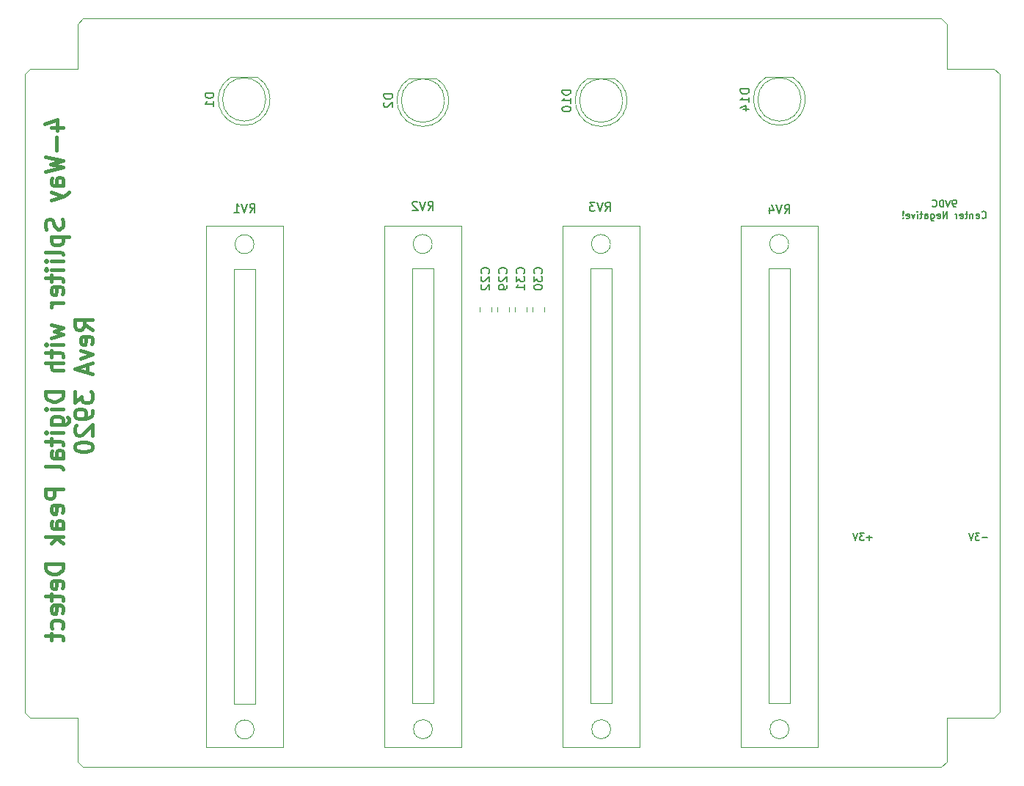
<source format=gbr>
%TF.GenerationSoftware,KiCad,Pcbnew,(5.1.6-0-10_14)*%
%TF.CreationDate,2020-09-25T10:57:10+01:00*%
%TF.ProjectId,DigitalSplitterPedal,44696769-7461-46c5-9370-6c6974746572,rev?*%
%TF.SameCoordinates,Original*%
%TF.FileFunction,Legend,Bot*%
%TF.FilePolarity,Positive*%
%FSLAX46Y46*%
G04 Gerber Fmt 4.6, Leading zero omitted, Abs format (unit mm)*
G04 Created by KiCad (PCBNEW (5.1.6-0-10_14)) date 2020-09-25 10:57:10*
%MOMM*%
%LPD*%
G01*
G04 APERTURE LIST*
%ADD10C,0.150000*%
%TA.AperFunction,Profile*%
%ADD11C,0.050000*%
%TD*%
%ADD12C,0.400000*%
%ADD13C,0.120000*%
G04 APERTURE END LIST*
D10*
X191020571Y-104578142D02*
X190411047Y-104578142D01*
X190106285Y-104082904D02*
X189611047Y-104082904D01*
X189877714Y-104387666D01*
X189763428Y-104387666D01*
X189687238Y-104425761D01*
X189649142Y-104463857D01*
X189611047Y-104540047D01*
X189611047Y-104730523D01*
X189649142Y-104806714D01*
X189687238Y-104844809D01*
X189763428Y-104882904D01*
X189992000Y-104882904D01*
X190068190Y-104844809D01*
X190106285Y-104806714D01*
X189382476Y-104082904D02*
X189115809Y-104882904D01*
X188849142Y-104082904D01*
X177685571Y-104578142D02*
X177076047Y-104578142D01*
X177380809Y-104882904D02*
X177380809Y-104273380D01*
X176771285Y-104082904D02*
X176276047Y-104082904D01*
X176542714Y-104387666D01*
X176428428Y-104387666D01*
X176352238Y-104425761D01*
X176314142Y-104463857D01*
X176276047Y-104540047D01*
X176276047Y-104730523D01*
X176314142Y-104806714D01*
X176352238Y-104844809D01*
X176428428Y-104882904D01*
X176657000Y-104882904D01*
X176733190Y-104844809D01*
X176771285Y-104806714D01*
X176047476Y-104082904D02*
X175780809Y-104882904D01*
X175514142Y-104082904D01*
X187350238Y-66361904D02*
X187197857Y-66361904D01*
X187121666Y-66323809D01*
X187083571Y-66285714D01*
X187007380Y-66171428D01*
X186969285Y-66019047D01*
X186969285Y-65714285D01*
X187007380Y-65638095D01*
X187045476Y-65600000D01*
X187121666Y-65561904D01*
X187274047Y-65561904D01*
X187350238Y-65600000D01*
X187388333Y-65638095D01*
X187426428Y-65714285D01*
X187426428Y-65904761D01*
X187388333Y-65980952D01*
X187350238Y-66019047D01*
X187274047Y-66057142D01*
X187121666Y-66057142D01*
X187045476Y-66019047D01*
X187007380Y-65980952D01*
X186969285Y-65904761D01*
X186740714Y-65561904D02*
X186474047Y-66361904D01*
X186207380Y-65561904D01*
X185940714Y-66361904D02*
X185940714Y-65561904D01*
X185750238Y-65561904D01*
X185635952Y-65600000D01*
X185559761Y-65676190D01*
X185521666Y-65752380D01*
X185483571Y-65904761D01*
X185483571Y-66019047D01*
X185521666Y-66171428D01*
X185559761Y-66247619D01*
X185635952Y-66323809D01*
X185750238Y-66361904D01*
X185940714Y-66361904D01*
X184683571Y-66285714D02*
X184721666Y-66323809D01*
X184835952Y-66361904D01*
X184912142Y-66361904D01*
X185026428Y-66323809D01*
X185102619Y-66247619D01*
X185140714Y-66171428D01*
X185178809Y-66019047D01*
X185178809Y-65904761D01*
X185140714Y-65752380D01*
X185102619Y-65676190D01*
X185026428Y-65600000D01*
X184912142Y-65561904D01*
X184835952Y-65561904D01*
X184721666Y-65600000D01*
X184683571Y-65638095D01*
X190378809Y-67635714D02*
X190416904Y-67673809D01*
X190531190Y-67711904D01*
X190607380Y-67711904D01*
X190721666Y-67673809D01*
X190797857Y-67597619D01*
X190835952Y-67521428D01*
X190874047Y-67369047D01*
X190874047Y-67254761D01*
X190835952Y-67102380D01*
X190797857Y-67026190D01*
X190721666Y-66950000D01*
X190607380Y-66911904D01*
X190531190Y-66911904D01*
X190416904Y-66950000D01*
X190378809Y-66988095D01*
X189731190Y-67673809D02*
X189807380Y-67711904D01*
X189959761Y-67711904D01*
X190035952Y-67673809D01*
X190074047Y-67597619D01*
X190074047Y-67292857D01*
X190035952Y-67216666D01*
X189959761Y-67178571D01*
X189807380Y-67178571D01*
X189731190Y-67216666D01*
X189693095Y-67292857D01*
X189693095Y-67369047D01*
X190074047Y-67445238D01*
X189350238Y-67178571D02*
X189350238Y-67711904D01*
X189350238Y-67254761D02*
X189312142Y-67216666D01*
X189235952Y-67178571D01*
X189121666Y-67178571D01*
X189045476Y-67216666D01*
X189007380Y-67292857D01*
X189007380Y-67711904D01*
X188740714Y-67178571D02*
X188435952Y-67178571D01*
X188626428Y-66911904D02*
X188626428Y-67597619D01*
X188588333Y-67673809D01*
X188512142Y-67711904D01*
X188435952Y-67711904D01*
X187864523Y-67673809D02*
X187940714Y-67711904D01*
X188093095Y-67711904D01*
X188169285Y-67673809D01*
X188207380Y-67597619D01*
X188207380Y-67292857D01*
X188169285Y-67216666D01*
X188093095Y-67178571D01*
X187940714Y-67178571D01*
X187864523Y-67216666D01*
X187826428Y-67292857D01*
X187826428Y-67369047D01*
X188207380Y-67445238D01*
X187483571Y-67711904D02*
X187483571Y-67178571D01*
X187483571Y-67330952D02*
X187445476Y-67254761D01*
X187407380Y-67216666D01*
X187331190Y-67178571D01*
X187255000Y-67178571D01*
X186378809Y-67711904D02*
X186378809Y-66911904D01*
X185921666Y-67711904D01*
X185921666Y-66911904D01*
X185235952Y-67673809D02*
X185312142Y-67711904D01*
X185464523Y-67711904D01*
X185540714Y-67673809D01*
X185578809Y-67597619D01*
X185578809Y-67292857D01*
X185540714Y-67216666D01*
X185464523Y-67178571D01*
X185312142Y-67178571D01*
X185235952Y-67216666D01*
X185197857Y-67292857D01*
X185197857Y-67369047D01*
X185578809Y-67445238D01*
X184512142Y-67178571D02*
X184512142Y-67826190D01*
X184550238Y-67902380D01*
X184588333Y-67940476D01*
X184664523Y-67978571D01*
X184778809Y-67978571D01*
X184855000Y-67940476D01*
X184512142Y-67673809D02*
X184588333Y-67711904D01*
X184740714Y-67711904D01*
X184816904Y-67673809D01*
X184855000Y-67635714D01*
X184893095Y-67559523D01*
X184893095Y-67330952D01*
X184855000Y-67254761D01*
X184816904Y-67216666D01*
X184740714Y-67178571D01*
X184588333Y-67178571D01*
X184512142Y-67216666D01*
X183788333Y-67711904D02*
X183788333Y-67292857D01*
X183826428Y-67216666D01*
X183902619Y-67178571D01*
X184055000Y-67178571D01*
X184131190Y-67216666D01*
X183788333Y-67673809D02*
X183864523Y-67711904D01*
X184055000Y-67711904D01*
X184131190Y-67673809D01*
X184169285Y-67597619D01*
X184169285Y-67521428D01*
X184131190Y-67445238D01*
X184055000Y-67407142D01*
X183864523Y-67407142D01*
X183788333Y-67369047D01*
X183521666Y-67178571D02*
X183216904Y-67178571D01*
X183407380Y-66911904D02*
X183407380Y-67597619D01*
X183369285Y-67673809D01*
X183293095Y-67711904D01*
X183216904Y-67711904D01*
X182950238Y-67711904D02*
X182950238Y-67178571D01*
X182950238Y-66911904D02*
X182988333Y-66950000D01*
X182950238Y-66988095D01*
X182912142Y-66950000D01*
X182950238Y-66911904D01*
X182950238Y-66988095D01*
X182645476Y-67178571D02*
X182455000Y-67711904D01*
X182264523Y-67178571D01*
X181655000Y-67673809D02*
X181731190Y-67711904D01*
X181883571Y-67711904D01*
X181959761Y-67673809D01*
X181997857Y-67597619D01*
X181997857Y-67292857D01*
X181959761Y-67216666D01*
X181883571Y-67178571D01*
X181731190Y-67178571D01*
X181655000Y-67216666D01*
X181616904Y-67292857D01*
X181616904Y-67369047D01*
X181997857Y-67445238D01*
X181274047Y-67635714D02*
X181235952Y-67673809D01*
X181274047Y-67711904D01*
X181312142Y-67673809D01*
X181274047Y-67635714D01*
X181274047Y-67711904D01*
X181274047Y-67407142D02*
X181312142Y-66950000D01*
X181274047Y-66911904D01*
X181235952Y-66950000D01*
X181274047Y-67407142D01*
X181274047Y-66911904D01*
D11*
X186309000Y-130429000D02*
X185674000Y-131064000D01*
X186309000Y-125349000D02*
X186309000Y-130429000D01*
X191770000Y-125349000D02*
X186309000Y-125349000D01*
X192405000Y-124714000D02*
X191770000Y-125349000D01*
X192405000Y-51054000D02*
X192405000Y-124714000D01*
X191770000Y-50419000D02*
X192405000Y-51054000D01*
X186309000Y-50419000D02*
X191770000Y-50419000D01*
X186309000Y-45275500D02*
X186309000Y-50419000D01*
X185674000Y-44640500D02*
X186309000Y-45275500D01*
X86614000Y-44640500D02*
X185674000Y-44640500D01*
X85979000Y-45275500D02*
X86614000Y-44640500D01*
X85979000Y-50419000D02*
X85979000Y-45275500D01*
X80518000Y-50419000D02*
X85979000Y-50419000D01*
X79883000Y-51054000D02*
X80518000Y-50419000D01*
X79883000Y-124777500D02*
X79883000Y-51054000D01*
X80518000Y-125412500D02*
X79883000Y-124777500D01*
X85979000Y-125412500D02*
X80518000Y-125412500D01*
X85979000Y-130429000D02*
X85979000Y-125412500D01*
X86614000Y-131064000D02*
X85979000Y-130429000D01*
X185674000Y-131064000D02*
X86614000Y-131064000D01*
D12*
X82961428Y-57233095D02*
X84294761Y-57233095D01*
X82199523Y-56756904D02*
X83628095Y-56280714D01*
X83628095Y-57518809D01*
X83532857Y-58280714D02*
X83532857Y-59804523D01*
X82294761Y-60566428D02*
X84294761Y-61042619D01*
X82866190Y-61423571D01*
X84294761Y-61804523D01*
X82294761Y-62280714D01*
X84294761Y-63899761D02*
X83247142Y-63899761D01*
X83056666Y-63804523D01*
X82961428Y-63614047D01*
X82961428Y-63233095D01*
X83056666Y-63042619D01*
X84199523Y-63899761D02*
X84294761Y-63709285D01*
X84294761Y-63233095D01*
X84199523Y-63042619D01*
X84009047Y-62947380D01*
X83818571Y-62947380D01*
X83628095Y-63042619D01*
X83532857Y-63233095D01*
X83532857Y-63709285D01*
X83437619Y-63899761D01*
X82961428Y-64661666D02*
X84294761Y-65137857D01*
X82961428Y-65614047D02*
X84294761Y-65137857D01*
X84770952Y-64947380D01*
X84866190Y-64852142D01*
X84961428Y-64661666D01*
X84199523Y-67804523D02*
X84294761Y-68090238D01*
X84294761Y-68566428D01*
X84199523Y-68756904D01*
X84104285Y-68852142D01*
X83913809Y-68947380D01*
X83723333Y-68947380D01*
X83532857Y-68852142D01*
X83437619Y-68756904D01*
X83342380Y-68566428D01*
X83247142Y-68185476D01*
X83151904Y-67994999D01*
X83056666Y-67899761D01*
X82866190Y-67804523D01*
X82675714Y-67804523D01*
X82485238Y-67899761D01*
X82390000Y-67994999D01*
X82294761Y-68185476D01*
X82294761Y-68661666D01*
X82390000Y-68947380D01*
X82961428Y-69804523D02*
X84961428Y-69804523D01*
X83056666Y-69804523D02*
X82961428Y-69994999D01*
X82961428Y-70375952D01*
X83056666Y-70566428D01*
X83151904Y-70661666D01*
X83342380Y-70756904D01*
X83913809Y-70756904D01*
X84104285Y-70661666D01*
X84199523Y-70566428D01*
X84294761Y-70375952D01*
X84294761Y-69994999D01*
X84199523Y-69804523D01*
X84294761Y-71899761D02*
X84199523Y-71709285D01*
X84009047Y-71614047D01*
X82294761Y-71614047D01*
X84294761Y-72661666D02*
X82961428Y-72661666D01*
X82294761Y-72661666D02*
X82390000Y-72566428D01*
X82485238Y-72661666D01*
X82390000Y-72756904D01*
X82294761Y-72661666D01*
X82485238Y-72661666D01*
X84294761Y-73614047D02*
X82961428Y-73614047D01*
X82294761Y-73614047D02*
X82390000Y-73518809D01*
X82485238Y-73614047D01*
X82390000Y-73709285D01*
X82294761Y-73614047D01*
X82485238Y-73614047D01*
X82961428Y-74280714D02*
X82961428Y-75042619D01*
X82294761Y-74566428D02*
X84009047Y-74566428D01*
X84199523Y-74661666D01*
X84294761Y-74852142D01*
X84294761Y-75042619D01*
X84199523Y-76471190D02*
X84294761Y-76280714D01*
X84294761Y-75899761D01*
X84199523Y-75709285D01*
X84009047Y-75614047D01*
X83247142Y-75614047D01*
X83056666Y-75709285D01*
X82961428Y-75899761D01*
X82961428Y-76280714D01*
X83056666Y-76471190D01*
X83247142Y-76566428D01*
X83437619Y-76566428D01*
X83628095Y-75614047D01*
X84294761Y-77423571D02*
X82961428Y-77423571D01*
X83342380Y-77423571D02*
X83151904Y-77518809D01*
X83056666Y-77614047D01*
X82961428Y-77804523D01*
X82961428Y-77994999D01*
X82961428Y-79994999D02*
X84294761Y-80375952D01*
X83342380Y-80756904D01*
X84294761Y-81137857D01*
X82961428Y-81518809D01*
X84294761Y-82280714D02*
X82961428Y-82280714D01*
X82294761Y-82280714D02*
X82390000Y-82185476D01*
X82485238Y-82280714D01*
X82390000Y-82375952D01*
X82294761Y-82280714D01*
X82485238Y-82280714D01*
X82961428Y-82947380D02*
X82961428Y-83709285D01*
X82294761Y-83233095D02*
X84009047Y-83233095D01*
X84199523Y-83328333D01*
X84294761Y-83518809D01*
X84294761Y-83709285D01*
X84294761Y-84375952D02*
X82294761Y-84375952D01*
X84294761Y-85233095D02*
X83247142Y-85233095D01*
X83056666Y-85137857D01*
X82961428Y-84947380D01*
X82961428Y-84661666D01*
X83056666Y-84471190D01*
X83151904Y-84375952D01*
X84294761Y-87709285D02*
X82294761Y-87709285D01*
X82294761Y-88185476D01*
X82390000Y-88471190D01*
X82580476Y-88661666D01*
X82770952Y-88756904D01*
X83151904Y-88852142D01*
X83437619Y-88852142D01*
X83818571Y-88756904D01*
X84009047Y-88661666D01*
X84199523Y-88471190D01*
X84294761Y-88185476D01*
X84294761Y-87709285D01*
X84294761Y-89709285D02*
X82961428Y-89709285D01*
X82294761Y-89709285D02*
X82390000Y-89614047D01*
X82485238Y-89709285D01*
X82390000Y-89804523D01*
X82294761Y-89709285D01*
X82485238Y-89709285D01*
X82961428Y-91518809D02*
X84580476Y-91518809D01*
X84770952Y-91423571D01*
X84866190Y-91328333D01*
X84961428Y-91137857D01*
X84961428Y-90852142D01*
X84866190Y-90661666D01*
X84199523Y-91518809D02*
X84294761Y-91328333D01*
X84294761Y-90947380D01*
X84199523Y-90756904D01*
X84104285Y-90661666D01*
X83913809Y-90566428D01*
X83342380Y-90566428D01*
X83151904Y-90661666D01*
X83056666Y-90756904D01*
X82961428Y-90947380D01*
X82961428Y-91328333D01*
X83056666Y-91518809D01*
X84294761Y-92471190D02*
X82961428Y-92471190D01*
X82294761Y-92471190D02*
X82390000Y-92375952D01*
X82485238Y-92471190D01*
X82390000Y-92566428D01*
X82294761Y-92471190D01*
X82485238Y-92471190D01*
X82961428Y-93137857D02*
X82961428Y-93899761D01*
X82294761Y-93423571D02*
X84009047Y-93423571D01*
X84199523Y-93518809D01*
X84294761Y-93709285D01*
X84294761Y-93899761D01*
X84294761Y-95423571D02*
X83247142Y-95423571D01*
X83056666Y-95328333D01*
X82961428Y-95137857D01*
X82961428Y-94756904D01*
X83056666Y-94566428D01*
X84199523Y-95423571D02*
X84294761Y-95233095D01*
X84294761Y-94756904D01*
X84199523Y-94566428D01*
X84009047Y-94471190D01*
X83818571Y-94471190D01*
X83628095Y-94566428D01*
X83532857Y-94756904D01*
X83532857Y-95233095D01*
X83437619Y-95423571D01*
X84294761Y-96661666D02*
X84199523Y-96471190D01*
X84009047Y-96375952D01*
X82294761Y-96375952D01*
X84294761Y-98947380D02*
X82294761Y-98947380D01*
X82294761Y-99709285D01*
X82390000Y-99899761D01*
X82485238Y-99994999D01*
X82675714Y-100090238D01*
X82961428Y-100090238D01*
X83151904Y-99994999D01*
X83247142Y-99899761D01*
X83342380Y-99709285D01*
X83342380Y-98947380D01*
X84199523Y-101709285D02*
X84294761Y-101518809D01*
X84294761Y-101137857D01*
X84199523Y-100947380D01*
X84009047Y-100852142D01*
X83247142Y-100852142D01*
X83056666Y-100947380D01*
X82961428Y-101137857D01*
X82961428Y-101518809D01*
X83056666Y-101709285D01*
X83247142Y-101804523D01*
X83437619Y-101804523D01*
X83628095Y-100852142D01*
X84294761Y-103518809D02*
X83247142Y-103518809D01*
X83056666Y-103423571D01*
X82961428Y-103233095D01*
X82961428Y-102852142D01*
X83056666Y-102661666D01*
X84199523Y-103518809D02*
X84294761Y-103328333D01*
X84294761Y-102852142D01*
X84199523Y-102661666D01*
X84009047Y-102566428D01*
X83818571Y-102566428D01*
X83628095Y-102661666D01*
X83532857Y-102852142D01*
X83532857Y-103328333D01*
X83437619Y-103518809D01*
X84294761Y-104471190D02*
X82294761Y-104471190D01*
X83532857Y-104661666D02*
X84294761Y-105233095D01*
X82961428Y-105233095D02*
X83723333Y-104471190D01*
X84294761Y-107614047D02*
X82294761Y-107614047D01*
X82294761Y-108090238D01*
X82390000Y-108375952D01*
X82580476Y-108566428D01*
X82770952Y-108661666D01*
X83151904Y-108756904D01*
X83437619Y-108756904D01*
X83818571Y-108661666D01*
X84009047Y-108566428D01*
X84199523Y-108375952D01*
X84294761Y-108090238D01*
X84294761Y-107614047D01*
X84199523Y-110375952D02*
X84294761Y-110185476D01*
X84294761Y-109804523D01*
X84199523Y-109614047D01*
X84009047Y-109518809D01*
X83247142Y-109518809D01*
X83056666Y-109614047D01*
X82961428Y-109804523D01*
X82961428Y-110185476D01*
X83056666Y-110375952D01*
X83247142Y-110471190D01*
X83437619Y-110471190D01*
X83628095Y-109518809D01*
X82961428Y-111042619D02*
X82961428Y-111804523D01*
X82294761Y-111328333D02*
X84009047Y-111328333D01*
X84199523Y-111423571D01*
X84294761Y-111614047D01*
X84294761Y-111804523D01*
X84199523Y-113233095D02*
X84294761Y-113042619D01*
X84294761Y-112661666D01*
X84199523Y-112471190D01*
X84009047Y-112375952D01*
X83247142Y-112375952D01*
X83056666Y-112471190D01*
X82961428Y-112661666D01*
X82961428Y-113042619D01*
X83056666Y-113233095D01*
X83247142Y-113328333D01*
X83437619Y-113328333D01*
X83628095Y-112375952D01*
X84199523Y-115042619D02*
X84294761Y-114852142D01*
X84294761Y-114471190D01*
X84199523Y-114280714D01*
X84104285Y-114185476D01*
X83913809Y-114090238D01*
X83342380Y-114090238D01*
X83151904Y-114185476D01*
X83056666Y-114280714D01*
X82961428Y-114471190D01*
X82961428Y-114852142D01*
X83056666Y-115042619D01*
X82961428Y-115614047D02*
X82961428Y-116375952D01*
X82294761Y-115899761D02*
X84009047Y-115899761D01*
X84199523Y-115994999D01*
X84294761Y-116185476D01*
X84294761Y-116375952D01*
X87694761Y-80566428D02*
X86742380Y-79899761D01*
X87694761Y-79423571D02*
X85694761Y-79423571D01*
X85694761Y-80185476D01*
X85790000Y-80375952D01*
X85885238Y-80471190D01*
X86075714Y-80566428D01*
X86361428Y-80566428D01*
X86551904Y-80471190D01*
X86647142Y-80375952D01*
X86742380Y-80185476D01*
X86742380Y-79423571D01*
X87599523Y-82185476D02*
X87694761Y-81995000D01*
X87694761Y-81614047D01*
X87599523Y-81423571D01*
X87409047Y-81328333D01*
X86647142Y-81328333D01*
X86456666Y-81423571D01*
X86361428Y-81614047D01*
X86361428Y-81995000D01*
X86456666Y-82185476D01*
X86647142Y-82280714D01*
X86837619Y-82280714D01*
X87028095Y-81328333D01*
X86361428Y-82947380D02*
X87694761Y-83423571D01*
X86361428Y-83899761D01*
X87123333Y-84566428D02*
X87123333Y-85518809D01*
X87694761Y-84375952D02*
X85694761Y-85042619D01*
X87694761Y-85709285D01*
X85694761Y-87709285D02*
X85694761Y-88947380D01*
X86456666Y-88280714D01*
X86456666Y-88566428D01*
X86551904Y-88756904D01*
X86647142Y-88852142D01*
X86837619Y-88947380D01*
X87313809Y-88947380D01*
X87504285Y-88852142D01*
X87599523Y-88756904D01*
X87694761Y-88566428D01*
X87694761Y-87995000D01*
X87599523Y-87804523D01*
X87504285Y-87709285D01*
X87694761Y-89899761D02*
X87694761Y-90280714D01*
X87599523Y-90471190D01*
X87504285Y-90566428D01*
X87218571Y-90756904D01*
X86837619Y-90852142D01*
X86075714Y-90852142D01*
X85885238Y-90756904D01*
X85790000Y-90661666D01*
X85694761Y-90471190D01*
X85694761Y-90090238D01*
X85790000Y-89899761D01*
X85885238Y-89804523D01*
X86075714Y-89709285D01*
X86551904Y-89709285D01*
X86742380Y-89804523D01*
X86837619Y-89899761D01*
X86932857Y-90090238D01*
X86932857Y-90471190D01*
X86837619Y-90661666D01*
X86742380Y-90756904D01*
X86551904Y-90852142D01*
X85885238Y-91614047D02*
X85790000Y-91709285D01*
X85694761Y-91899761D01*
X85694761Y-92375952D01*
X85790000Y-92566428D01*
X85885238Y-92661666D01*
X86075714Y-92756904D01*
X86266190Y-92756904D01*
X86551904Y-92661666D01*
X87694761Y-91518809D01*
X87694761Y-92756904D01*
X85694761Y-93995000D02*
X85694761Y-94185476D01*
X85790000Y-94375952D01*
X85885238Y-94471190D01*
X86075714Y-94566428D01*
X86456666Y-94661666D01*
X86932857Y-94661666D01*
X87313809Y-94566428D01*
X87504285Y-94471190D01*
X87599523Y-94375952D01*
X87694761Y-94185476D01*
X87694761Y-93995000D01*
X87599523Y-93804523D01*
X87504285Y-93709285D01*
X87313809Y-93614047D01*
X86932857Y-93518809D01*
X86456666Y-93518809D01*
X86075714Y-93614047D01*
X85885238Y-93709285D01*
X85790000Y-93804523D01*
X85694761Y-93995000D01*
D13*
%TO.C,RV2*%
X126924095Y-70662800D02*
G75*
G03*
X126924095Y-70662800I-1092495J0D01*
G01*
X126949495Y-126695200D02*
G75*
G03*
X126949495Y-126695200I-1092495J0D01*
G01*
X121412000Y-68580000D02*
X130302000Y-68580000D01*
X130302000Y-68580000D02*
X130302000Y-128778000D01*
X130302000Y-128778000D02*
X121412000Y-128778000D01*
X121412000Y-128778000D02*
X121412000Y-68580000D01*
X127076200Y-123723400D02*
X127076200Y-73507600D01*
X124587000Y-73507600D02*
X124587000Y-123723400D01*
X124587000Y-123723400D02*
X127076200Y-123723400D01*
X127076200Y-73507600D02*
X124587000Y-73507600D01*
%TO.C,C30*%
X139902000Y-78493252D02*
X139902000Y-77970748D01*
X138482000Y-78493252D02*
X138482000Y-77970748D01*
%TO.C,D14*%
X169505000Y-53975000D02*
G75*
G03*
X169505000Y-53975000I-2500000J0D01*
G01*
X165460000Y-51415000D02*
X168550000Y-51415000D01*
X167004538Y-56965000D02*
G75*
G03*
X168549830Y-51415000I462J2990000D01*
G01*
X167005462Y-56965000D02*
G75*
G02*
X165460170Y-51415000I-462J2990000D01*
G01*
%TO.C,D10*%
X148931000Y-54102000D02*
G75*
G03*
X148931000Y-54102000I-2500000J0D01*
G01*
X144886000Y-51542000D02*
X147976000Y-51542000D01*
X146430538Y-57092000D02*
G75*
G03*
X147975830Y-51542000I462J2990000D01*
G01*
X146431462Y-57092000D02*
G75*
G02*
X144886170Y-51542000I-462J2990000D01*
G01*
%TO.C,D2*%
X128357000Y-54102000D02*
G75*
G03*
X128357000Y-54102000I-2500000J0D01*
G01*
X124312000Y-51542000D02*
X127402000Y-51542000D01*
X125856538Y-57092000D02*
G75*
G03*
X127401830Y-51542000I462J2990000D01*
G01*
X125857462Y-57092000D02*
G75*
G02*
X124312170Y-51542000I-462J2990000D01*
G01*
%TO.C,D1*%
X107719500Y-53975000D02*
G75*
G03*
X107719500Y-53975000I-2500000J0D01*
G01*
X103674500Y-51415000D02*
X106764500Y-51415000D01*
X105219038Y-56965000D02*
G75*
G03*
X106764330Y-51415000I462J2990000D01*
G01*
X105219962Y-56965000D02*
G75*
G02*
X103674670Y-51415000I-462J2990000D01*
G01*
%TO.C,C31*%
X137870000Y-78493252D02*
X137870000Y-77970748D01*
X136450000Y-78493252D02*
X136450000Y-77970748D01*
%TO.C,C29*%
X135838000Y-78493252D02*
X135838000Y-77970748D01*
X134418000Y-78493252D02*
X134418000Y-77970748D01*
%TO.C,C22*%
X133806000Y-78493252D02*
X133806000Y-77970748D01*
X132386000Y-78493252D02*
X132386000Y-77970748D01*
%TO.C,RV3*%
X147498095Y-70662800D02*
G75*
G03*
X147498095Y-70662800I-1092495J0D01*
G01*
X147523495Y-126695200D02*
G75*
G03*
X147523495Y-126695200I-1092495J0D01*
G01*
X141986000Y-68580000D02*
X150876000Y-68580000D01*
X150876000Y-68580000D02*
X150876000Y-128778000D01*
X150876000Y-128778000D02*
X141986000Y-128778000D01*
X141986000Y-128778000D02*
X141986000Y-68580000D01*
X147650200Y-123723400D02*
X147650200Y-73507600D01*
X145161000Y-73507600D02*
X145161000Y-123723400D01*
X145161000Y-123723400D02*
X147650200Y-123723400D01*
X147650200Y-73507600D02*
X145161000Y-73507600D01*
%TO.C,RV1*%
X106350095Y-70688200D02*
G75*
G03*
X106350095Y-70688200I-1092495J0D01*
G01*
X106375495Y-126720600D02*
G75*
G03*
X106375495Y-126720600I-1092495J0D01*
G01*
X100838000Y-68605400D02*
X109728000Y-68605400D01*
X109728000Y-68605400D02*
X109728000Y-128803400D01*
X109728000Y-128803400D02*
X100838000Y-128803400D01*
X100838000Y-128803400D02*
X100838000Y-68605400D01*
X106502200Y-123748800D02*
X106502200Y-73533000D01*
X104013000Y-73533000D02*
X104013000Y-123748800D01*
X104013000Y-123748800D02*
X106502200Y-123748800D01*
X106502200Y-73533000D02*
X104013000Y-73533000D01*
%TO.C,RV4*%
X168072095Y-70662800D02*
G75*
G03*
X168072095Y-70662800I-1092495J0D01*
G01*
X168097495Y-126695200D02*
G75*
G03*
X168097495Y-126695200I-1092495J0D01*
G01*
X162560000Y-68580000D02*
X171450000Y-68580000D01*
X171450000Y-68580000D02*
X171450000Y-128778000D01*
X171450000Y-128778000D02*
X162560000Y-128778000D01*
X162560000Y-128778000D02*
X162560000Y-68580000D01*
X168224200Y-123723400D02*
X168224200Y-73507600D01*
X165735000Y-73507600D02*
X165735000Y-123723400D01*
X165735000Y-123723400D02*
X168224200Y-123723400D01*
X168224200Y-73507600D02*
X165735000Y-73507600D01*
%TD*%
%TO.C,RV2*%
D10*
X126452238Y-66746380D02*
X126785571Y-66270190D01*
X127023666Y-66746380D02*
X127023666Y-65746380D01*
X126642714Y-65746380D01*
X126547476Y-65794000D01*
X126499857Y-65841619D01*
X126452238Y-65936857D01*
X126452238Y-66079714D01*
X126499857Y-66174952D01*
X126547476Y-66222571D01*
X126642714Y-66270190D01*
X127023666Y-66270190D01*
X126166523Y-65746380D02*
X125833190Y-66746380D01*
X125499857Y-65746380D01*
X125214142Y-65841619D02*
X125166523Y-65794000D01*
X125071285Y-65746380D01*
X124833190Y-65746380D01*
X124737952Y-65794000D01*
X124690333Y-65841619D01*
X124642714Y-65936857D01*
X124642714Y-66032095D01*
X124690333Y-66174952D01*
X125261761Y-66746380D01*
X124642714Y-66746380D01*
%TO.C,C30*%
X139549142Y-74033142D02*
X139596761Y-73985523D01*
X139644380Y-73842666D01*
X139644380Y-73747428D01*
X139596761Y-73604571D01*
X139501523Y-73509333D01*
X139406285Y-73461714D01*
X139215809Y-73414095D01*
X139072952Y-73414095D01*
X138882476Y-73461714D01*
X138787238Y-73509333D01*
X138692000Y-73604571D01*
X138644380Y-73747428D01*
X138644380Y-73842666D01*
X138692000Y-73985523D01*
X138739619Y-74033142D01*
X138644380Y-74366476D02*
X138644380Y-74985523D01*
X139025333Y-74652190D01*
X139025333Y-74795047D01*
X139072952Y-74890285D01*
X139120571Y-74937904D01*
X139215809Y-74985523D01*
X139453904Y-74985523D01*
X139549142Y-74937904D01*
X139596761Y-74890285D01*
X139644380Y-74795047D01*
X139644380Y-74509333D01*
X139596761Y-74414095D01*
X139549142Y-74366476D01*
X138644380Y-75604571D02*
X138644380Y-75699809D01*
X138692000Y-75795047D01*
X138739619Y-75842666D01*
X138834857Y-75890285D01*
X139025333Y-75937904D01*
X139263428Y-75937904D01*
X139453904Y-75890285D01*
X139549142Y-75842666D01*
X139596761Y-75795047D01*
X139644380Y-75699809D01*
X139644380Y-75604571D01*
X139596761Y-75509333D01*
X139549142Y-75461714D01*
X139453904Y-75414095D01*
X139263428Y-75366476D01*
X139025333Y-75366476D01*
X138834857Y-75414095D01*
X138739619Y-75461714D01*
X138692000Y-75509333D01*
X138644380Y-75604571D01*
%TO.C,D14*%
X163497380Y-52760714D02*
X162497380Y-52760714D01*
X162497380Y-52998809D01*
X162545000Y-53141666D01*
X162640238Y-53236904D01*
X162735476Y-53284523D01*
X162925952Y-53332142D01*
X163068809Y-53332142D01*
X163259285Y-53284523D01*
X163354523Y-53236904D01*
X163449761Y-53141666D01*
X163497380Y-52998809D01*
X163497380Y-52760714D01*
X163497380Y-54284523D02*
X163497380Y-53713095D01*
X163497380Y-53998809D02*
X162497380Y-53998809D01*
X162640238Y-53903571D01*
X162735476Y-53808333D01*
X162783095Y-53713095D01*
X162830714Y-55141666D02*
X163497380Y-55141666D01*
X162449761Y-54903571D02*
X163164047Y-54665476D01*
X163164047Y-55284523D01*
%TO.C,D10*%
X142923380Y-52887714D02*
X141923380Y-52887714D01*
X141923380Y-53125809D01*
X141971000Y-53268666D01*
X142066238Y-53363904D01*
X142161476Y-53411523D01*
X142351952Y-53459142D01*
X142494809Y-53459142D01*
X142685285Y-53411523D01*
X142780523Y-53363904D01*
X142875761Y-53268666D01*
X142923380Y-53125809D01*
X142923380Y-52887714D01*
X142923380Y-54411523D02*
X142923380Y-53840095D01*
X142923380Y-54125809D02*
X141923380Y-54125809D01*
X142066238Y-54030571D01*
X142161476Y-53935333D01*
X142209095Y-53840095D01*
X141923380Y-55030571D02*
X141923380Y-55125809D01*
X141971000Y-55221047D01*
X142018619Y-55268666D01*
X142113857Y-55316285D01*
X142304333Y-55363904D01*
X142542428Y-55363904D01*
X142732904Y-55316285D01*
X142828142Y-55268666D01*
X142875761Y-55221047D01*
X142923380Y-55125809D01*
X142923380Y-55030571D01*
X142875761Y-54935333D01*
X142828142Y-54887714D01*
X142732904Y-54840095D01*
X142542428Y-54792476D01*
X142304333Y-54792476D01*
X142113857Y-54840095D01*
X142018619Y-54887714D01*
X141971000Y-54935333D01*
X141923380Y-55030571D01*
%TO.C,D2*%
X122349380Y-53363904D02*
X121349380Y-53363904D01*
X121349380Y-53602000D01*
X121397000Y-53744857D01*
X121492238Y-53840095D01*
X121587476Y-53887714D01*
X121777952Y-53935333D01*
X121920809Y-53935333D01*
X122111285Y-53887714D01*
X122206523Y-53840095D01*
X122301761Y-53744857D01*
X122349380Y-53602000D01*
X122349380Y-53363904D01*
X121444619Y-54316285D02*
X121397000Y-54363904D01*
X121349380Y-54459142D01*
X121349380Y-54697238D01*
X121397000Y-54792476D01*
X121444619Y-54840095D01*
X121539857Y-54887714D01*
X121635095Y-54887714D01*
X121777952Y-54840095D01*
X122349380Y-54268666D01*
X122349380Y-54887714D01*
%TO.C,D1*%
X101711880Y-53236904D02*
X100711880Y-53236904D01*
X100711880Y-53475000D01*
X100759500Y-53617857D01*
X100854738Y-53713095D01*
X100949976Y-53760714D01*
X101140452Y-53808333D01*
X101283309Y-53808333D01*
X101473785Y-53760714D01*
X101569023Y-53713095D01*
X101664261Y-53617857D01*
X101711880Y-53475000D01*
X101711880Y-53236904D01*
X101711880Y-54760714D02*
X101711880Y-54189285D01*
X101711880Y-54475000D02*
X100711880Y-54475000D01*
X100854738Y-54379761D01*
X100949976Y-54284523D01*
X100997595Y-54189285D01*
%TO.C,C31*%
X137517142Y-74033142D02*
X137564761Y-73985523D01*
X137612380Y-73842666D01*
X137612380Y-73747428D01*
X137564761Y-73604571D01*
X137469523Y-73509333D01*
X137374285Y-73461714D01*
X137183809Y-73414095D01*
X137040952Y-73414095D01*
X136850476Y-73461714D01*
X136755238Y-73509333D01*
X136660000Y-73604571D01*
X136612380Y-73747428D01*
X136612380Y-73842666D01*
X136660000Y-73985523D01*
X136707619Y-74033142D01*
X136612380Y-74366476D02*
X136612380Y-74985523D01*
X136993333Y-74652190D01*
X136993333Y-74795047D01*
X137040952Y-74890285D01*
X137088571Y-74937904D01*
X137183809Y-74985523D01*
X137421904Y-74985523D01*
X137517142Y-74937904D01*
X137564761Y-74890285D01*
X137612380Y-74795047D01*
X137612380Y-74509333D01*
X137564761Y-74414095D01*
X137517142Y-74366476D01*
X137612380Y-75937904D02*
X137612380Y-75366476D01*
X137612380Y-75652190D02*
X136612380Y-75652190D01*
X136755238Y-75556952D01*
X136850476Y-75461714D01*
X136898095Y-75366476D01*
%TO.C,C29*%
X135485142Y-74033142D02*
X135532761Y-73985523D01*
X135580380Y-73842666D01*
X135580380Y-73747428D01*
X135532761Y-73604571D01*
X135437523Y-73509333D01*
X135342285Y-73461714D01*
X135151809Y-73414095D01*
X135008952Y-73414095D01*
X134818476Y-73461714D01*
X134723238Y-73509333D01*
X134628000Y-73604571D01*
X134580380Y-73747428D01*
X134580380Y-73842666D01*
X134628000Y-73985523D01*
X134675619Y-74033142D01*
X134675619Y-74414095D02*
X134628000Y-74461714D01*
X134580380Y-74556952D01*
X134580380Y-74795047D01*
X134628000Y-74890285D01*
X134675619Y-74937904D01*
X134770857Y-74985523D01*
X134866095Y-74985523D01*
X135008952Y-74937904D01*
X135580380Y-74366476D01*
X135580380Y-74985523D01*
X135580380Y-75461714D02*
X135580380Y-75652190D01*
X135532761Y-75747428D01*
X135485142Y-75795047D01*
X135342285Y-75890285D01*
X135151809Y-75937904D01*
X134770857Y-75937904D01*
X134675619Y-75890285D01*
X134628000Y-75842666D01*
X134580380Y-75747428D01*
X134580380Y-75556952D01*
X134628000Y-75461714D01*
X134675619Y-75414095D01*
X134770857Y-75366476D01*
X135008952Y-75366476D01*
X135104190Y-75414095D01*
X135151809Y-75461714D01*
X135199428Y-75556952D01*
X135199428Y-75747428D01*
X135151809Y-75842666D01*
X135104190Y-75890285D01*
X135008952Y-75937904D01*
%TO.C,C22*%
X133453142Y-74033142D02*
X133500761Y-73985523D01*
X133548380Y-73842666D01*
X133548380Y-73747428D01*
X133500761Y-73604571D01*
X133405523Y-73509333D01*
X133310285Y-73461714D01*
X133119809Y-73414095D01*
X132976952Y-73414095D01*
X132786476Y-73461714D01*
X132691238Y-73509333D01*
X132596000Y-73604571D01*
X132548380Y-73747428D01*
X132548380Y-73842666D01*
X132596000Y-73985523D01*
X132643619Y-74033142D01*
X132643619Y-74414095D02*
X132596000Y-74461714D01*
X132548380Y-74556952D01*
X132548380Y-74795047D01*
X132596000Y-74890285D01*
X132643619Y-74937904D01*
X132738857Y-74985523D01*
X132834095Y-74985523D01*
X132976952Y-74937904D01*
X133548380Y-74366476D01*
X133548380Y-74985523D01*
X132643619Y-75366476D02*
X132596000Y-75414095D01*
X132548380Y-75509333D01*
X132548380Y-75747428D01*
X132596000Y-75842666D01*
X132643619Y-75890285D01*
X132738857Y-75937904D01*
X132834095Y-75937904D01*
X132976952Y-75890285D01*
X133548380Y-75318857D01*
X133548380Y-75937904D01*
%TO.C,RV3*%
X146899238Y-66873380D02*
X147232571Y-66397190D01*
X147470666Y-66873380D02*
X147470666Y-65873380D01*
X147089714Y-65873380D01*
X146994476Y-65921000D01*
X146946857Y-65968619D01*
X146899238Y-66063857D01*
X146899238Y-66206714D01*
X146946857Y-66301952D01*
X146994476Y-66349571D01*
X147089714Y-66397190D01*
X147470666Y-66397190D01*
X146613523Y-65873380D02*
X146280190Y-66873380D01*
X145946857Y-65873380D01*
X145708761Y-65873380D02*
X145089714Y-65873380D01*
X145423047Y-66254333D01*
X145280190Y-66254333D01*
X145184952Y-66301952D01*
X145137333Y-66349571D01*
X145089714Y-66444809D01*
X145089714Y-66682904D01*
X145137333Y-66778142D01*
X145184952Y-66825761D01*
X145280190Y-66873380D01*
X145565904Y-66873380D01*
X145661142Y-66825761D01*
X145708761Y-66778142D01*
%TO.C,RV1*%
X105878238Y-67000380D02*
X106211571Y-66524190D01*
X106449666Y-67000380D02*
X106449666Y-66000380D01*
X106068714Y-66000380D01*
X105973476Y-66048000D01*
X105925857Y-66095619D01*
X105878238Y-66190857D01*
X105878238Y-66333714D01*
X105925857Y-66428952D01*
X105973476Y-66476571D01*
X106068714Y-66524190D01*
X106449666Y-66524190D01*
X105592523Y-66000380D02*
X105259190Y-67000380D01*
X104925857Y-66000380D01*
X104068714Y-67000380D02*
X104640142Y-67000380D01*
X104354428Y-67000380D02*
X104354428Y-66000380D01*
X104449666Y-66143238D01*
X104544904Y-66238476D01*
X104640142Y-66286095D01*
%TO.C,RV4*%
X167600238Y-67127380D02*
X167933571Y-66651190D01*
X168171666Y-67127380D02*
X168171666Y-66127380D01*
X167790714Y-66127380D01*
X167695476Y-66175000D01*
X167647857Y-66222619D01*
X167600238Y-66317857D01*
X167600238Y-66460714D01*
X167647857Y-66555952D01*
X167695476Y-66603571D01*
X167790714Y-66651190D01*
X168171666Y-66651190D01*
X167314523Y-66127380D02*
X166981190Y-67127380D01*
X166647857Y-66127380D01*
X165885952Y-66460714D02*
X165885952Y-67127380D01*
X166124047Y-66079761D02*
X166362142Y-66794047D01*
X165743095Y-66794047D01*
%TD*%
M02*

</source>
